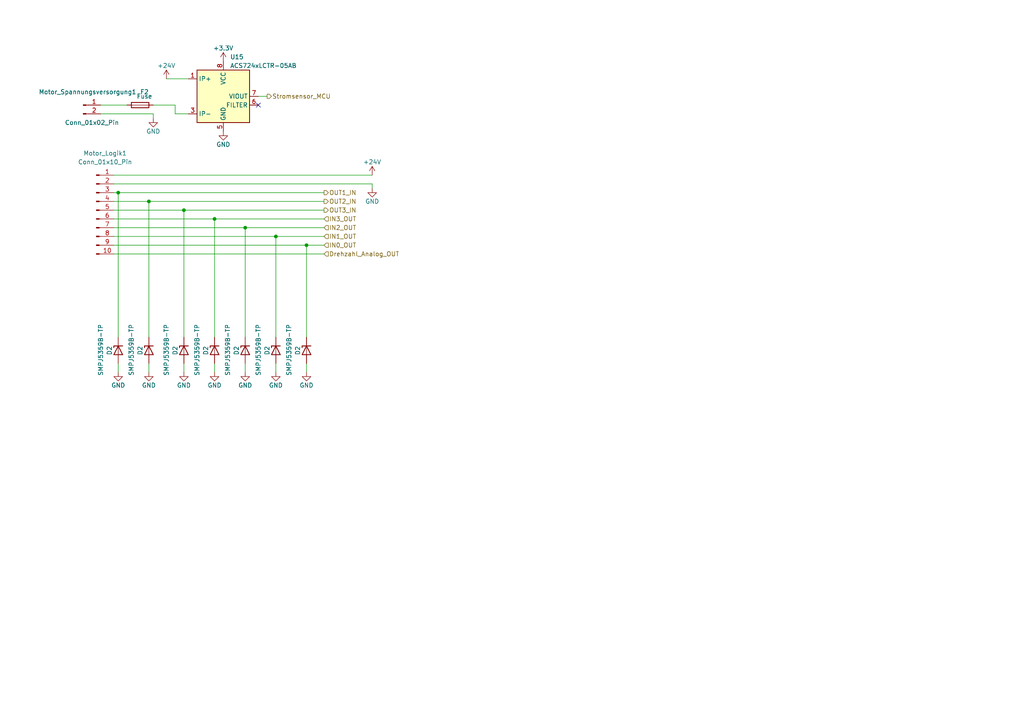
<source format=kicad_sch>
(kicad_sch (version 20230121) (generator eeschema)
  (paper "A4")
  (lib_symbols
    (symbol "Connector:Conn_01x02_Pin" (pin_names (offset 1.016) hide)
      (property "Reference" "J" (at 0 2.54 0))
      (property "Value" "Conn_01x02_Pin" (at 0 -5.08 0))
      (symbol "Conn_01x02_Pin_1_1"
        (polyline (pts (xy 1.27 -2.54) (xy 0.8636 -2.54)) (stroke (width 0.1524)))
        (polyline (pts (xy 1.27 0) (xy 0.8636 0)) (stroke (width 0.1524)))
        (rectangle (start 0.8636 -2.413) (end 0 -2.667) (stroke (width 0.1524)) (fill (type outline)))
        (rectangle (start 0.8636 0.127) (end 0 -0.127) (stroke (width 0.1524)) (fill (type outline)))
        (pin passive line (at 5.08 0 180) (length 3.81) (name "Pin_1") (number "1"))
        (pin passive line (at 5.08 -2.54 180) (length 3.81) (name "Pin_2") (number "2"))
      )
    )
    (symbol "Connector:Conn_01x10_Pin" (pin_names (offset 1.016) hide)
      (property "Reference" "J" (at 0 12.7 0))
      (property "Value" "Conn_01x10_Pin" (at 0 -15.24 0))
      (symbol "Conn_01x10_Pin_1_1"
        (polyline (pts (xy 1.27 -12.7) (xy 0.8636 -12.7)) (stroke (width 0.1524)))
        (polyline (pts (xy 1.27 -10.16) (xy 0.8636 -10.16)) (stroke (width 0.1524)))
        (polyline (pts (xy 1.27 -7.62) (xy 0.8636 -7.62)) (stroke (width 0.1524)))
        (polyline (pts (xy 1.27 -5.08) (xy 0.8636 -5.08)) (stroke (width 0.1524)))
        (polyline (pts (xy 1.27 -2.54) (xy 0.8636 -2.54)) (stroke (width 0.1524)))
        (polyline (pts (xy 1.27 0) (xy 0.8636 0)) (stroke (width 0.1524)))
        (polyline (pts (xy 1.27 2.54) (xy 0.8636 2.54)) (stroke (width 0.1524)))
        (polyline (pts (xy 1.27 5.08) (xy 0.8636 5.08)) (stroke (width 0.1524)))
        (polyline (pts (xy 1.27 7.62) (xy 0.8636 7.62)) (stroke (width 0.1524)))
        (polyline (pts (xy 1.27 10.16) (xy 0.8636 10.16)) (stroke (width 0.1524)))
        (rectangle (start 0.8636 -12.573) (end 0 -12.827) (stroke (width 0.1524)) (fill (type outline)))
        (rectangle (start 0.8636 -10.033) (end 0 -10.287) (stroke (width 0.1524)) (fill (type outline)))
        (rectangle (start 0.8636 -7.493) (end 0 -7.747) (stroke (width 0.1524)) (fill (type outline)))
        (rectangle (start 0.8636 -4.953) (end 0 -5.207) (stroke (width 0.1524)) (fill (type outline)))
        (rectangle (start 0.8636 -2.413) (end 0 -2.667) (stroke (width 0.1524)) (fill (type outline)))
        (rectangle (start 0.8636 0.127) (end 0 -0.127) (stroke (width 0.1524)) (fill (type outline)))
        (rectangle (start 0.8636 2.667) (end 0 2.413) (stroke (width 0.1524)) (fill (type outline)))
        (rectangle (start 0.8636 5.207) (end 0 4.953) (stroke (width 0.1524)) (fill (type outline)))
        (rectangle (start 0.8636 7.747) (end 0 7.493) (stroke (width 0.1524)) (fill (type outline)))
        (rectangle (start 0.8636 10.287) (end 0 10.033) (stroke (width 0.1524)) (fill (type outline)))
        (pin passive line (at 5.08 10.16 180) (length 3.81) (name "Pin_1") (number "1"))
        (pin passive line (at 5.08 -12.7 180) (length 3.81) (name "Pin_10") (number "10"))
        (pin passive line (at 5.08 7.62 180) (length 3.81) (name "Pin_2") (number "2"))
        (pin passive line (at 5.08 5.08 180) (length 3.81) (name "Pin_3") (number "3"))
        (pin passive line (at 5.08 2.54 180) (length 3.81) (name "Pin_4") (number "4"))
        (pin passive line (at 5.08 0 180) (length 3.81) (name "Pin_5") (number "5"))
        (pin passive line (at 5.08 -2.54 180) (length 3.81) (name "Pin_6") (number "6"))
        (pin passive line (at 5.08 -5.08 180) (length 3.81) (name "Pin_7") (number "7"))
        (pin passive line (at 5.08 -7.62 180) (length 3.81) (name "Pin_8") (number "8"))
        (pin passive line (at 5.08 -10.16 180) (length 3.81) (name "Pin_9") (number "9"))
      )
    )
    (symbol "Device:Fuse" (pin_numbers hide) (pin_names (offset 0))
      (property "Reference" "F" (at 2.032 0 90))
      (property "Value" "Fuse" (at -1.905 0 90))
      (symbol "Fuse_0_1"
        (rectangle (start -0.762 -2.54) (end 0.762 2.54) (stroke (width 0.254)))
        (polyline (pts (xy 0 2.54) (xy 0 -2.54)))
      )
      (symbol "Fuse_1_1"
        (pin passive line (at 0 3.81 270) (length 1.27) (name "~") (number "1"))
        (pin passive line (at 0 -3.81 90) (length 1.27) (name "~") (number "2"))
      )
    )
    (symbol "Diode:Z2SMBxxx" (pin_numbers hide) (pin_names hide)
      (property "Reference" "D" (at 0 2.54 0))
      (property "Value" "Z2SMBxxx" (at 0 -2.54 0))
      (symbol "Z2SMBxxx_0_1"
        (polyline (pts (xy 1.27 0) (xy -1.27 0)))
        (polyline (pts (xy -1.27 -1.27) (xy -1.27 1.27) (xy -0.762 1.27)) (stroke (width 0.254)))
        (polyline (pts (xy 1.27 -1.27) (xy 1.27 1.27) (xy -1.27 0) (xy 1.27 -1.27)) (stroke (width 0.254)))
      )
      (symbol "Z2SMBxxx_1_1"
        (pin passive line (at -3.81 0 0) (length 2.54) (name "K") (number "1"))
        (pin passive line (at 3.81 0 180) (length 2.54) (name "A") (number "2"))
      )
    )
    (symbol "Sensor_Current:ACS724xLCTR-05AB"
      (property "Reference" "U" (at 2.54 11.43 0))
      (property "Value" "ACS724xLCTR-05AB" (at 2.54 8.89 0))
      (symbol "ACS724xLCTR-05AB_0_1"
        (rectangle (start -7.62 7.62) (end 7.62 -7.62) (stroke (width 0.254)) (fill (type background)))
      )
      (symbol "ACS724xLCTR-05AB_1_1"
        (pin passive line (at -10.16 5.08 0) (length 2.54) (name "IP+") (number "1"))
        (pin passive line (at -10.16 5.08 0) (length 2.54) hide (name "IP+") (number "2"))
        (pin passive line (at -10.16 -5.08 0) (length 2.54) (name "IP-") (number "3"))
        (pin passive line (at -10.16 -5.08 0) (length 2.54) hide (name "IP-") (number "4"))
        (pin power_in line (at 0 -10.16 90) (length 2.54) (name "GND") (number "5"))
        (pin passive line (at 10.16 -2.54 180) (length 2.54) (name "FILTER") (number "6"))
        (pin output line (at 10.16 0 180) (length 2.54) (name "VIOUT") (number "7"))
        (pin power_in line (at 0 10.16 270) (length 2.54) (name "VCC") (number "8"))
      )
    )
    (symbol "power:+24V" (power) (pin_names (offset 0))
      (property "Value" "+24V" (at 0 3.556 0))
      (symbol "+24V_0_1"
        (polyline (pts (xy -0.762 1.27) (xy 0 2.54)))
        (polyline (pts (xy 0 0) (xy 0 2.54)))
        (polyline (pts (xy 0 2.54) (xy 0.762 1.27)))
      )
      (symbol "+24V_1_1"
        (pin power_in line (at 0 0 90) (length 0) hide (name "+24V") (number "1"))
      )
    )
    (symbol "power:+3.3V" (power) (pin_names (offset 0))
      (property "Value" "+3.3V" (at 0 3.556 0))
      (symbol "+3.3V_0_1"
        (polyline (pts (xy -0.762 1.27) (xy 0 2.54)))
        (polyline (pts (xy 0 0) (xy 0 2.54)))
        (polyline (pts (xy 0 2.54) (xy 0.762 1.27)))
      )
      (symbol "+3.3V_1_1"
        (pin power_in line (at 0 0 90) (length 0) hide (name "+3.3V") (number "1"))
      )
    )
    (symbol "power:GND" (power) (pin_names (offset 0))
      (property "Value" "GND" (at 0 -3.81 0))
      (symbol "GND_0_1"
        (polyline (pts (xy 0 0) (xy 0 -1.27) (xy 1.27 -1.27) (xy 0 -2.54) (xy -1.27 -1.27) (xy 0 -1.27)))
      )
      (symbol "GND_1_1"
        (pin power_in line (at 0 0 270) (length 0) hide (name "GND") (number "1"))
      )
    )
  )
  (junction (at 80.01 68.58))
  (junction (at 62.23 63.5))
  (junction (at 34.29 55.88))
  (junction (at 88.9 71.12))
  (junction (at 53.34 60.96))
  (junction (at 43.18 58.42))
  (junction (at 71.12 66.04))
  (no_connect (at 74.93 30.48))
  (wire (pts (xy 33.02 63.5) (xy 62.23 63.5)))
  (wire (pts (xy 33.02 71.12) (xy 88.9 71.12)))
  (wire (pts (xy 33.02 58.42) (xy 43.18 58.42)))
  (wire (pts (xy 33.02 55.88) (xy 34.29 55.88)))
  (wire (pts (xy 80.01 107.95) (xy 80.01 105.41)))
  (wire (pts (xy 29.21 30.48) (xy 36.83 30.48)))
  (wire (pts (xy 34.29 55.88) (xy 34.29 97.79)))
  (wire (pts (xy 43.18 107.95) (xy 43.18 105.41)))
  (wire (pts (xy 34.29 55.88) (xy 93.98 55.88)))
  (wire (pts (xy 43.18 58.42) (xy 93.98 58.42)))
  (wire (pts (xy 33.02 66.04) (xy 71.12 66.04)))
  (wire (pts (xy 53.34 60.96) (xy 53.34 97.79)))
  (wire (pts (xy 53.34 107.95) (xy 53.34 105.41)))
  (wire (pts (xy 29.21 33.02) (xy 44.45 33.02)))
  (wire (pts (xy 50.8 30.48) (xy 50.8 33.02)))
  (wire (pts (xy 74.93 27.94) (xy 77.47 27.94)))
  (wire (pts (xy 50.8 33.02) (xy 54.61 33.02)))
  (wire (pts (xy 71.12 107.95) (xy 71.12 105.41)))
  (wire (pts (xy 88.9 71.12) (xy 88.9 97.79)))
  (wire (pts (xy 44.45 33.02) (xy 44.45 34.29)))
  (wire (pts (xy 88.9 71.12) (xy 93.98 71.12)))
  (wire (pts (xy 62.23 63.5) (xy 93.98 63.5)))
  (wire (pts (xy 43.18 58.42) (xy 43.18 97.79)))
  (wire (pts (xy 62.23 63.5) (xy 62.23 97.79)))
  (wire (pts (xy 80.01 68.58) (xy 93.98 68.58)))
  (wire (pts (xy 107.95 53.34) (xy 107.95 54.61)))
  (wire (pts (xy 33.02 73.66) (xy 93.98 73.66)))
  (wire (pts (xy 33.02 60.96) (xy 53.34 60.96)))
  (wire (pts (xy 33.02 50.8) (xy 107.95 50.8)))
  (wire (pts (xy 62.23 107.95) (xy 62.23 105.41)))
  (wire (pts (xy 80.01 68.58) (xy 80.01 97.79)))
  (wire (pts (xy 53.34 60.96) (xy 93.98 60.96)))
  (wire (pts (xy 48.26 22.86) (xy 54.61 22.86)))
  (wire (pts (xy 33.02 68.58) (xy 80.01 68.58)))
  (wire (pts (xy 44.45 30.48) (xy 50.8 30.48)))
  (wire (pts (xy 34.29 107.95) (xy 34.29 105.41)))
  (wire (pts (xy 71.12 66.04) (xy 71.12 97.79)))
  (wire (pts (xy 33.02 53.34) (xy 107.95 53.34)))
  (wire (pts (xy 71.12 66.04) (xy 93.98 66.04)))
  (wire (pts (xy 88.9 107.95) (xy 88.9 105.41)))
  (hierarchical_label "OUT3_IN" (shape output) (at 93.98 60.96 0))
  (hierarchical_label "Drehzahl_Analog_OUT" (shape input) (at 93.98 73.66 0))
  (hierarchical_label "Stromsensor_MCU" (shape output) (at 77.47 27.94 0))
  (hierarchical_label "IN3_OUT" (shape input) (at 93.98 63.5 0))
  (hierarchical_label "IN0_OUT" (shape input) (at 93.98 71.12 0))
  (hierarchical_label "IN2_OUT" (shape input) (at 93.98 66.04 0))
  (hierarchical_label "IN1_OUT" (shape input) (at 93.98 68.58 0))
  (hierarchical_label "OUT1_IN" (shape output) (at 93.98 55.88 0))
  (hierarchical_label "OUT2_IN" (shape output) (at 93.98 58.42 0))
  (symbol (lib_id "power:+24V") (at 107.95 50.8 0) (unit 1)
    (property "Reference" "#PWR028" (effects hide))
    (property "Value" "+24V" (at 107.95 46.99 0))
  )
  (symbol (lib_id "Diode:Z2SMBxxx") (at 71.12 101.6 90) (mirror x) (unit 1)
    (property "Reference" "D2" (at 68.58 100.33 0) (effects (justify left)))
    (property "Value" "SMPJ5359B-TP" (at 66.04 93.98 0) (effects (justify left)))
    (property "Footprint" "Diode_SMD:D_SOD-123" (effects hide))
    (property "Datasheet" "https://diotec.com/tl_files/diotec/files/pdf/datasheets/z2smb1.pdf" (effects hide))
    (instances (project "STM32_F439ZI_Shield" (path "" (reference "D2") (unit 1)) (path "" (reference "D2") (unit 1)) (path "" (reference "D9") (unit 1))))
  )
  (symbol (lib_id "power:GND") (at 71.12 107.95 0) (mirror y) (unit 1)
    (property "Reference" "#PWR026" (effects hide))
    (property "Value" "GND" (at 71.12 111.76 0))
  )
  (symbol (lib_id "Diode:Z2SMBxxx") (at 80.01 101.6 90) (mirror x) (unit 1)
    (property "Reference" "D2" (at 77.47 100.33 0) (effects (justify left)))
    (property "Value" "SMPJ5359B-TP" (at 74.93 93.98 0) (effects (justify left)))
    (property "Footprint" "Diode_SMD:D_SOD-123" (effects hide))
    (property "Datasheet" "https://diotec.com/tl_files/diotec/files/pdf/datasheets/z2smb1.pdf" (effects hide))
    (instances (project "STM32_F439ZI_Shield" (path "" (reference "D2") (unit 1)) (path "" (reference "D2") (unit 1)) (path "" (reference "D8") (unit 1))))
  )
  (symbol (lib_id "power:GND") (at 88.9 107.95 0) (mirror y) (unit 1)
    (property "Reference" "#PWR024" (effects hide))
    (property "Value" "GND" (at 88.9 111.76 0))
  )
  (symbol (lib_id "Diode:Z2SMBxxx") (at 88.9 101.6 90) (mirror x) (unit 1)
    (property "Reference" "D2" (at 86.36 100.33 0) (effects (justify left)))
    (property "Value" "SMPJ5359B-TP" (at 83.82 93.98 0) (effects (justify left)))
    (property "Footprint" "Diode_SMD:D_SOD-123" (effects hide))
    (property "Datasheet" "https://diotec.com/tl_files/diotec/files/pdf/datasheets/z2smb1.pdf" (effects hide))
    (instances (project "STM32_F439ZI_Shield" (path "" (reference "D2") (unit 1)) (path "" (reference "D2") (unit 1)) (path "" (reference "D7") (unit 1))))
  )
  (symbol (lib_id "Device:Fuse") (at 40.64 30.48 90) (unit 1)
    (property "Reference" "F2" (at 41.91 26.67 90))
    (property "Value" "Fuse" (at 41.91 27.94 90))
    (property "Footprint" "Fuse:Fuse_BelFuse_0ZRE0005FF_L8.3mm_W3.8mm" (effects hide))
  )
  (symbol (lib_id "Connector:Conn_01x10_Pin") (at 27.94 60.96 0) (unit 1)
    (property "Reference" "Motor_Logik1" (at 30.48 44.45 0))
    (property "Value" "Conn_01x10_Pin" (at 30.48 46.99 0))
    (property "Footprint" "TerminalBlock_TE-Connectivity:TerminalBlock_TE_1-282834-0_1x10_P2.54mm_Horizontal" (effects hide))
  )
  (symbol (lib_id "Connector:Conn_01x02_Pin") (at 24.13 30.48 0) (unit 1)
    (property "Reference" "Motor_Spannungsversorgung1" (at 25.4 26.67 0))
    (property "Value" "Conn_01x02_Pin" (at 26.67 35.56 0))
    (property "Footprint" "TerminalBlock_TE-Connectivity:TerminalBlock_TE_282834-2_1x02_P2.54mm_Horizontal" (effects hide))
  )
  (symbol (lib_id "power:GND") (at 64.77 38.1 0) (unit 1)
    (property "Reference" "#PWR062" (effects hide))
    (property "Value" "GND" (at 64.77 41.91 0))
  )
  (symbol (lib_id "Diode:Z2SMBxxx") (at 53.34 101.6 90) (mirror x) (unit 1)
    (property "Reference" "D2" (at 50.8 100.33 0) (effects (justify left)))
    (property "Value" "SMPJ5359B-TP" (at 48.26 93.98 0) (effects (justify left)))
    (property "Footprint" "Diode_SMD:D_SOD-123" (effects hide))
    (property "Datasheet" "https://diotec.com/tl_files/diotec/files/pdf/datasheets/z2smb1.pdf" (effects hide))
    (instances (project "STM32_F439ZI_Shield" (path "" (reference "D2") (unit 1)) (path "" (reference "D2") (unit 1)) (path "" (reference "D4") (unit 1))))
  )
  (symbol (lib_id "power:GND") (at 107.95 54.61 0) (unit 1)
    (property "Reference" "#PWR027" (effects hide))
    (property "Value" "GND" (at 107.95 58.42 0))
  )
  (symbol (lib_id "Diode:Z2SMBxxx") (at 62.23 101.6 90) (mirror x) (unit 1)
    (property "Reference" "D2" (at 59.69 100.33 0) (effects (justify left)))
    (property "Value" "SMPJ5359B-TP" (at 57.15 93.98 0) (effects (justify left)))
    (property "Footprint" "Diode_SMD:D_SOD-123" (effects hide))
    (property "Datasheet" "https://diotec.com/tl_files/diotec/files/pdf/datasheets/z2smb1.pdf" (effects hide))
    (instances (project "STM32_F439ZI_Shield" (path "" (reference "D2") (unit 1)) (path "" (reference "D2") (unit 1)) (path "" (reference "D3") (unit 1))))
  )
  (symbol (lib_id "power:GND") (at 53.34 107.95 0) (mirror y) (unit 1)
    (property "Reference" "#PWR021" (effects hide))
    (property "Value" "GND" (at 53.34 111.76 0))
  )
  (symbol (lib_id "power:GND") (at 44.45 34.29 0) (unit 1)
    (property "Reference" "#PWR064" (effects hide))
    (property "Value" "GND" (at 44.45 38.1 0))
  )
  (symbol (lib_id "power:GND") (at 34.29 107.95 0) (mirror y) (unit 1)
    (property "Reference" "#PWR023" (effects hide))
    (property "Value" "GND" (at 34.29 111.76 0))
  )
  (symbol (lib_id "Diode:Z2SMBxxx") (at 34.29 101.6 90) (mirror x) (unit 1)
    (property "Reference" "D2" (at 31.75 100.33 0) (effects (justify left)))
    (property "Value" "SMPJ5359B-TP" (at 29.21 93.98 0) (effects (justify left)))
    (property "Footprint" "Diode_SMD:D_SOD-123" (effects hide))
    (property "Datasheet" "https://diotec.com/tl_files/diotec/files/pdf/datasheets/z2smb1.pdf" (effects hide))
    (instances (project "STM32_F439ZI_Shield" (path "" (reference "D2") (unit 1)) (path "" (reference "D2") (unit 1)) (path "" (reference "D6") (unit 1))))
  )
  (symbol (lib_id "power:GND") (at 62.23 107.95 0) (mirror y) (unit 1)
    (property "Reference" "#PWR020" (effects hide))
    (property "Value" "GND" (at 62.23 111.76 0))
  )
  (symbol (lib_id "power:+24V") (at 48.26 22.86 0) (unit 1)
    (property "Reference" "#PWR065" (effects hide))
    (property "Value" "+24V" (at 48.26 19.05 0))
  )
  (symbol (lib_id "Sensor_Current:ACS724xLCTR-05AB") (at 64.77 27.94 0) (unit 1)
    (property "Reference" "U15" (at 66.7259 16.51 0) (effects (justify left)))
    (property "Value" "ACS724xLCTR-05AB" (at 66.7259 19.05 0) (effects (justify left)))
    (property "Footprint" "Package_SO:SOIC-8_3.9x4.9mm_P1.27mm" (effects hide))
    (property "Datasheet" "http://www.allegromicro.com/~/media/Files/Datasheets/ACS724-Datasheet.ashx?la=en" (effects hide))
  )
  (symbol (lib_id "power:GND") (at 80.01 107.95 0) (mirror y) (unit 1)
    (property "Reference" "#PWR025" (effects hide))
    (property "Value" "GND" (at 80.01 111.76 0))
  )
  (symbol (lib_id "power:+3.3V") (at 64.77 17.78 0) (unit 1)
    (property "Reference" "#PWR012" (effects hide))
    (property "Value" "+3.3V" (at 64.77 13.97 0))
  )
  (symbol (lib_id "Diode:Z2SMBxxx") (at 43.18 101.6 90) (mirror x) (unit 1)
    (property "Reference" "D2" (at 40.64 100.33 0) (effects (justify left)))
    (property "Value" "SMPJ5359B-TP" (at 38.1 93.98 0) (effects (justify left)))
    (property "Footprint" "Diode_SMD:D_SOD-123" (effects hide))
    (property "Datasheet" "https://diotec.com/tl_files/diotec/files/pdf/datasheets/z2smb1.pdf" (effects hide))
    (instances (project "STM32_F439ZI_Shield" (path "" (reference "D2") (unit 1)) (path "" (reference "D2") (unit 1)) (path "" (reference "D5") (unit 1))))
  )
  (symbol (lib_id "power:GND") (at 43.18 107.95 0) (mirror y) (unit 1)
    (property "Reference" "#PWR022" (effects hide))
    (property "Value" "GND" (at 43.18 111.76 0))
  )
)
</source>
